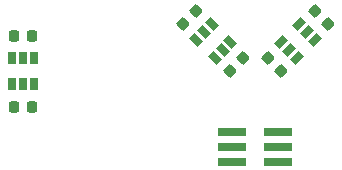
<source format=gbr>
%TF.GenerationSoftware,KiCad,Pcbnew,9.0.7*%
%TF.CreationDate,2026-01-26T09:51:23+01:00*%
%TF.ProjectId,Touchpad,546f7563-6870-4616-942e-6b696361645f,rev?*%
%TF.SameCoordinates,Original*%
%TF.FileFunction,Paste,Bot*%
%TF.FilePolarity,Positive*%
%FSLAX46Y46*%
G04 Gerber Fmt 4.6, Leading zero omitted, Abs format (unit mm)*
G04 Created by KiCad (PCBNEW 9.0.7) date 2026-01-26 09:51:23*
%MOMM*%
%LPD*%
G01*
G04 APERTURE LIST*
G04 Aperture macros list*
%AMRoundRect*
0 Rectangle with rounded corners*
0 $1 Rounding radius*
0 $2 $3 $4 $5 $6 $7 $8 $9 X,Y pos of 4 corners*
0 Add a 4 corners polygon primitive as box body*
4,1,4,$2,$3,$4,$5,$6,$7,$8,$9,$2,$3,0*
0 Add four circle primitives for the rounded corners*
1,1,$1+$1,$2,$3*
1,1,$1+$1,$4,$5*
1,1,$1+$1,$6,$7*
1,1,$1+$1,$8,$9*
0 Add four rect primitives between the rounded corners*
20,1,$1+$1,$2,$3,$4,$5,0*
20,1,$1+$1,$4,$5,$6,$7,0*
20,1,$1+$1,$6,$7,$8,$9,0*
20,1,$1+$1,$8,$9,$2,$3,0*%
%AMRotRect*
0 Rectangle, with rotation*
0 The origin of the aperture is its center*
0 $1 length*
0 $2 width*
0 $3 Rotation angle, in degrees counterclockwise*
0 Add horizontal line*
21,1,$1,$2,0,0,$3*%
G04 Aperture macros list end*
%ADD10RoundRect,0.225000X0.225000X0.250000X-0.225000X0.250000X-0.225000X-0.250000X0.225000X-0.250000X0*%
%ADD11RoundRect,0.225000X0.017678X-0.335876X0.335876X-0.017678X-0.017678X0.335876X-0.335876X0.017678X0*%
%ADD12RotRect,1.060000X0.650000X225.000000*%
%ADD13RoundRect,0.225000X0.335876X0.017678X0.017678X0.335876X-0.335876X-0.017678X-0.017678X-0.335876X0*%
%ADD14R,0.650000X1.060000*%
%ADD15RoundRect,0.225000X-0.017678X0.335876X-0.335876X0.017678X0.017678X-0.335876X0.335876X-0.017678X0*%
%ADD16RotRect,1.060000X0.650000X315.000000*%
%ADD17R,2.400000X0.740000*%
G04 APERTURE END LIST*
D10*
%TO.C,C3*%
X189429045Y-66775000D03*
X187879045Y-66775000D03*
%TD*%
D11*
%TO.C,C2*%
X206201992Y-69748008D03*
X207298008Y-68651992D03*
%TD*%
D12*
%TO.C,U3*%
X212006066Y-65750431D03*
X212677817Y-66422183D03*
X213349569Y-67093934D03*
X211793934Y-68649569D03*
X211122183Y-67977817D03*
X210450431Y-67306066D03*
%TD*%
D10*
%TO.C,C4*%
X189429045Y-72775000D03*
X187879045Y-72775000D03*
%TD*%
D13*
%TO.C,C6*%
X210448008Y-69748008D03*
X209351992Y-68651992D03*
%TD*%
D14*
%TO.C,U2*%
X187704045Y-68675000D03*
X188654045Y-68675000D03*
X189604045Y-68675000D03*
X189604045Y-70875000D03*
X188654045Y-70875000D03*
X187704045Y-70875000D03*
%TD*%
D15*
%TO.C,C1*%
X203298008Y-64651992D03*
X202201992Y-65748008D03*
%TD*%
D16*
%TO.C,U1*%
X203300431Y-67093934D03*
X203972183Y-66422183D03*
X204643934Y-65750431D03*
X206199569Y-67306066D03*
X205527817Y-67977817D03*
X204856066Y-68649569D03*
%TD*%
D17*
%TO.C,J1*%
X206350000Y-77420000D03*
X210250000Y-77420000D03*
X206350000Y-76150000D03*
X210250000Y-76150000D03*
X206350000Y-74880000D03*
X210250000Y-74880000D03*
%TD*%
D13*
%TO.C,C5*%
X214448008Y-65748008D03*
X213351992Y-64651992D03*
%TD*%
M02*

</source>
